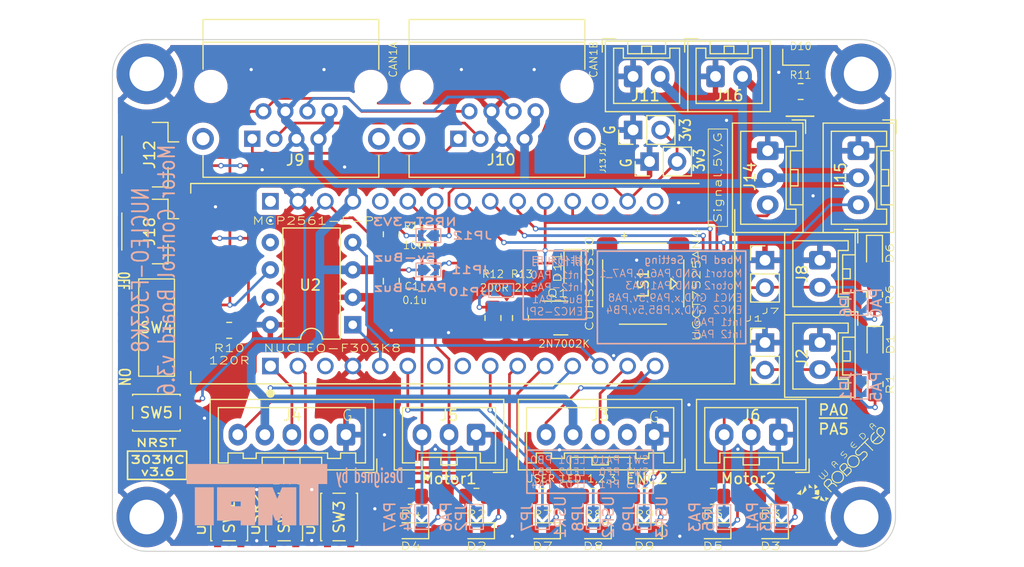
<source format=kicad_pcb>
(kicad_pcb (version 20211014) (generator pcbnew)
  (layers (0 "F.Cu" signal) (31 "B.Cu" signal) (34 "B.Paste" user) (35 "F.Paste" user) (36 "B.SilkS" user "B.Silkscreen") (37 "F.SilkS" user "F.Silkscreen") (38 "B.Mask" user) (39 "F.Mask" user) (44 "Edge.Cuts" user))
  (net 0 "")
  (net 1 "GND")
  (net 2 "+5V")
  (net 3 "NRST")
  (net 4 "Net-(D1-Pad2)")
  (net 5 "Net-(D2-Pad2)")
  (net 6 "Net-(D3-Pad2)")
  (net 7 "Net-(D4-Pad2)")
  (net 8 "Net-(D5-Pad2)")
  (net 9 "Net-(D6-Pad2)")
  (net 10 "Net-(D7-Pad2)")
  (net 11 "Net-(D8-Pad2)")
  (net 12 "Net-(D9-Pad2)")
  (net 13 "Net-(D10-Pad2)")
  (net 14 "GPIO_PA5")
  (net 17 "Motor1A_PA6")
  (net 18 "Motor1B_PA7")
  (net 19 "BUZZER")
  (net 20 "GPIO_PA0")
  (net 21 "CANH")
  (net 22 "RJ45_3")
  (net 23 "CANL")
  (net 24 "RJ45_6")
  (net 25 "Net-(JP1-Pad2)")
  (net 26 "Net-(JP2-Pad2)")
  (net 27 "Net-(JP3-Pad2)")
  (net 28 "Net-(JP4-Pad2)")
  (net 29 "Net-(JP5-Pad2)")
  (net 30 "Net-(JP6-Pad2)")
  (net 31 "USR_LED1")
  (net 32 "Net-(JP7-Pad2)")
  (net 33 "USR_LED2")
  (net 34 "Net-(JP8-Pad2)")
  (net 35 "USR_LED3")
  (net 36 "Net-(JP9-Pad2)")
  (net 37 "Net-(R10-Pad1)")
  (net 38 "USR_SW1")
  (net 39 "USR_SW2")
  (net 40 "USR_SW3")
  (net 43 "CAN_TD")
  (net 46 "CAN_RD")
  (net 50 "+3V3")
  (net 53 "Net-(Q1-Pad1)")
  (net 54 "Net-(JP10-Pad2)")
  (net 55 "Net-(D11-Pad2)")
  (net 56 "Motor2B_PA3")
  (net 57 "Net-(D11-Pad1)")
  (net 58 "ENC2A_PB5")
  (net 59 "ENC2B_PB4")
  (net 60 "ENC1A_PA9")
  (net 61 "ENC1B_PA8")
  (net 62 "Net-(JP12-Pad2)")
  (footprint "Original:UGCT7525AN4" (layer "F.Cu") (at 127.175 95.25)
    (fp_text reference "LS1")
    (fp_text value "UGCT7525AN4")
  )
  (footprint "Connector_JST_XA:JST_XA_B02B-XASK-1_1x02_P2.50mm_Vertical" (layer "F.Cu") (at 143.51 100.7 -90)
    (fp_text reference "J2")
    (fp_text value "PA5")
  )
  (footprint "LED_SMD:LED_0603_1608Metric_Pad1.05x0.95mm_HandSolder" (layer "F.Cu") (at 133.62 118.11 180)
    (fp_text reference "D5")
    (fp_text value "PA3")
  )
  (footprint "LED_SMD:LED_0603_1608Metric_Pad1.05x0.95mm_HandSolder" (layer "F.Cu") (at 138.938 118.11 180)
    (fp_text reference "D3")
    (fp_text value "PA1")
  )
  (footprint "Package_DIP:DIP-8_W7.62mm" (layer "F.Cu") (at 100.32 99.05 180)
    (fp_text reference "U2")
    (fp_text value "MCP2561-E-P")
  )
  (footprint "Original:JST_GH_SM02B-GHS-TB_1x02-1MP_P1.25mm_Horizontal_Handsolder" (layer "F.Cu") (at 81.534 90.424 -90)
    (fp_text reference "J18")
    (fp_text value "CAN")
  )
  (footprint "Resistor_SMD:R_0805_2012Metric_Pad1.20x1.40mm_HandSolder" (layer "F.Cu") (at 138.938 114.925 180)
    (fp_text reference "R3")
    (fp_text value "3k3")
  )
  (footprint "Original:SW_SPST_PTS810_HandSolder" (layer "F.Cu") (at 82.169 107.188)
    (fp_text reference "SW5")
    (fp_text value "NRST")
  )
  (footprint "Resistor_SMD:R_0805_2012Metric_Pad1.20x1.40mm_HandSolder" (layer "F.Cu") (at 148.555817 96.262215 90)
    (fp_text reference "R6")
    (fp_text value "1k")
  )
  (footprint "Resistor_SMD:R_0805_2012Metric_Pad1.20x1.40mm_HandSolder" (layer "F.Cu") (at 122.555 114.935 180)
    (fp_text reference "R8")
    (fp_text value "1k")
  )
  (footprint "Resistor_SMD:R_0805_2012Metric_Pad1.20x1.40mm_HandSolder" (layer "F.Cu") (at 115.824 98.425 90)
    (fp_text reference "R13")
    (fp_text value "2K")
  )
  (footprint "LED_SMD:LED_0603_1608Metric_Pad1.05x0.95mm_HandSolder" (layer "F.Cu") (at 122.555 118.11 180)
    (fp_text reference "D8")
    (fp_text value "USR2")
  )
  (footprint "LED_SMD:LED_0603_1608Metric_Pad1.05x0.95mm_HandSolder" (layer "F.Cu") (at 117.856 118.11 180)
    (fp_text reference "D7")
    (fp_text value "USR1")
  )
  (footprint "Connector_PinHeader_2.54mm:PinHeader_1x02_P2.54mm_Vertical" (layer "F.Cu") (at 138.43 93.08)
    (fp_text reference "J7")
    (fp_text value "PA0")
  )
  (footprint "LED_SMD:LED_0603_1608Metric_Pad1.05x0.95mm_HandSolder" (layer "F.Cu") (at 148.555817 92.436215 -90)
    (fp_text reference "D6")
    (fp_text value "Yellow")
  )
  (footprint "Resistor_SMD:R_0805_2012Metric_Pad1.20x1.40mm_HandSolder" (layer "F.Cu") (at 117.856 114.945 180)
    (fp_text reference "R7")
    (fp_text value "1k")
  )
  (footprint "Original:SW_SPST_PTS810_HandSolder" (layer "F.Cu") (at 88.9 116.84 -90)
    (fp_text reference "SW1")
    (fp_text value "USR1")
  )
  (footprint "Resistor_SMD:R_0805_2012Metric_Pad1.20x1.40mm_HandSolder" (layer "F.Cu") (at 127.27 114.935 180)
    (fp_text reference "R9")
    (fp_text value "1k")
  )
  (footprint "Capacitor_SMD:C_0805_2012Metric_Pad1.18x1.45mm_HandSolder" (layer "F.Cu") (at 103.886 95.0175 90)
    (fp_text reference "C1")
    (fp_text value "0.1u")
  )
  (footprint "Resistor_SMD:R_0805_2012Metric_Pad1.20x1.40mm_HandSolder" (layer "F.Cu") (at 103.886 90.678 90)
    (fp_text reference "R14")
    (fp_text value "100R")
  )
  (footprint "Connector_JST_XA:JST_XA_B03B-XASK-1_1x03_P2.50mm_Vertical" (layer "F.Cu") (at 111.72 109.22 180)
    (fp_text reference "J5")
    (fp_text value "Motor1")
  )
  (footprint "Resistor_SMD:R_0805_2012Metric_Pad1.20x1.40mm_HandSolder" (layer "F.Cu") (at 105.68 114.925 180)
    (fp_text reference "R4")
    (fp_text value "500R")
  )
  (footprint "Connector_JST_XA:JST_XA_B03B-XASK-1_1x03_P2.50mm_Vertical" (layer "F.Cu") (at 139.66 109.22 180)
    (fp_text reference "J6")
    (fp_text value "Motor2")
  )
  (footprint "LED_SMD:LED_0603_1608Metric_Pad1.05x0.95mm_HandSolder" (layer "F.Cu") (at 111.76 118.11 180)
    (fp_text reference "D2")
    (fp_text value "PA6")
  )
  (footprint "MountingHole:MountingHole_3.2mm_M3_DIN965_Pad" (layer "F.Cu") (at 81.28 75.84)
    (fp_text reference "H4")
    (fp_text value "MountingHole_Pad")
  )
  (footprint "Original:Kai_LAN_RJ45_Neltron_Industrial_7810-8P8C" (layer "F.Cu") (at 110.085 81.845 180)
    (fp_text reference "J10")
    (fp_text value "CAN1B")
  )
  (footprint "Connector_PinHeader_2.54mm:PinHeader_1x02_P2.54mm_Vertical" (layer "F.Cu") (at 138.43 100.7)
    (fp_text reference "J1")
    (fp_text value "PA5")
  )
  (footprint "NUCLEO-F303K8:MODULE_NUCLEO-F303K8" (layer "F.Cu") (at 110.49 95.25 90)
    (fp_text reference "U1")
    (fp_text value "NUCLEO-F303K8")
  )
  (footprint "Original:Kai_LAN_RJ45_Neltron_Industrial_7810-8P8C" (layer "F.Cu") (at 91.035 81.845 180)
    (fp_text reference "J9")
    (fp_text value "CAN1A")
  )
  (footprint "Resistor_SMD:R_0805_2012Metric_Pad1.20x1.40mm_HandSolder" (layer "F.Cu") (at 111.76 114.925 180)
    (fp_text reference "R2")
    (fp_text value "3k3")
  )
  (footprint "Connector_JST_XA:JST_XA_B02B-XASK-1_1x02_P2.50mm_Vertical" (layer "F.Cu") (at 143.51 93.08 -90)
    (fp_text reference "J8")
    (fp_text value "PA0")
  )
  (footprint "Connector_PinHeader_2.54mm:PinHeader_1x02_P2.54mm_Vertical" (layer "F.Cu") (at 127.762 83.947 90)
    (fp_text reference "J13")
    (fp_text value "3v3_IO")
  )
  (footprint "Diode_SMD:D_TUMD2" (layer "F.Cu") (at 120.65 93.868 -90)
    (fp_text reference "D11")
    (fp_text value "CUHS20S30")
  )
  (footprint "Connector_JST_XA:JST_XA_B05B-XASK-1_1x05_P2.50mm_Vertical" (layer "F.Cu") (at 128.19 109.22 180)
    (fp_text reference "J3")
    (fp_text value "ENC2")
  )
  (footprint "Original:slide_SW" (layer "F.Cu") (at 82.185654 99.314)
    (fp_text reference "SW4")
    (fp_text value "SW_DPDT_x2")
  )
  (footprint "Resistor_SMD:R_0805_2012Metric_Pad1.20x1.40mm_HandSolder" (layer "F.Cu") (at 113.284 98.425 -90)
    (fp_text reference "R12")
    (fp_text value "200R")
  )
  (footprint "Original:ROBOSTEP_LOGO_B_10mm" (layer "F.Cu") (at 145.731868 112.014026 45)
    (fp_text reference "G***")
    (fp_text value "LOGO" hide)
  )
  (footprint "Resistor_SMD:R_0805_2012Metric_Pad1.20x1.40mm_HandSolder" (layer "F.Cu") (at 88.9 99.568)
    (fp_text reference "R10")
    (fp_text value "120R")
  )
  (footprint "Original:SW_SPST_PTS810_HandSolder" (layer "F.Cu") (at 93.98 116.84 -90)
    (fp_text reference "SW2")
    (fp_text value "USR2")
  )
  (footprint "Connector_JST_XA:JST_XA_B03B-XASK-1_1x03_P2.50mm_Vertical" (layer "F.Cu") (at 147.066 82.951235 -90)
    (fp_text reference "J15")
    (fp_text value "Int2")
  )
  (footprint "MountingHole:MountingHole_3.2mm_M3_DIN965_Pad" (layer "F.Cu") (at 147.32 75.84)
    (fp_text reference "H3")
    (fp_text value "MountingHole_Pad")
  )
  (footprint "Original:JST_GH_SM02B-GHS-TB_1x02-1MP_P1.25mm_Horizontal_Handsolder" (layer "F.Cu") (at 81.534 83.312 -90)
    (fp_text reference "J12")
    (fp_text value "CAN")
  )
  (footprint "Resistor_SMD:R_0805_2012Metric_Pad1.20x1.40mm_HandSolder" (layer "F.Cu") (at 148.607091 104.541017 90)
    (fp_text reference "R1")
    (fp_text value "1k")
  )
  (footprint "MountingHole:MountingHole_3.2mm_M3_DIN965_Pad" (layer "F.Cu") (at 81.28 116.84)
    (fp_text reference "H1")
    (fp_text value "MountingHole_Pad")
  )
  (footprint "Connector_JST_XA:JST_XA_B03B-XASK-1_1x03_P2.50mm_Vertical" (layer "F.Cu") (at 138.684 82.951235 -90)
    (fp_text reference "J14")
    (fp_text value "Int1")
  )
  (footprint "Resistor_SMD:R_0805_2012Metric_Pad1.20x1.40mm_HandSolder" (layer "F.Cu") (at 133.62 114.925 180)
    (fp_text reference "R5")
    (fp_text value "500R")
  )
  (footprint "Connector_JST_XA:JST_XA_B02B-XASK-1_1x02_P2.50mm_Vertical" (layer "F.Cu") (at 126.238 76.073)
    (fp_text reference "J11")
    (fp_text value "5V_IO")
  )
  (footprint "LED_SMD:LED_0603_1608Metric_Pad1.05x0.95mm_HandSolder" (layer "F.Cu") (at 148.607091 100.856017 -90)
    (fp_text reference "D1")
    (fp_text value "Yellow")
  )
  (footprint "Connector_JST_XA:JST_XA_B02B-XASK-1_1x02_P2.50mm_Vertical" (layer "F.Cu") (at 133.858 76.073)
    (fp_text reference "J16")
    (fp_text value "5V_IO")
  )
  (footprint "MountingHole:MountingHole_3.2mm_M3_DIN965_Pad" (layer "F.Cu") (at 147.32 116.84)
    (fp_text reference "H2")
    (fp_text value "MountingHole_Pad")
  )
  (footprint "Resistor_SMD:R_0805_2012Metric_Pad1.20x1.40mm_HandSolder" (layer "F.Cu") (at 141.732 77.47)
    (fp_text reference "R11")
    (fp_text value "1K")
  )
  (footprint "Package_TO_SOT_SMD:SOT-23" (layer "F.Cu") (at 119.555 98.425)
    (fp_text reference "Q1")
    (fp_text value "2N7002K")
  )
  (footprint "LED_SMD:LED_0603_1608Metric_Pad1.05x0.95mm_HandSolder" (layer "F.Cu") (at 141.732 74.295)
    (fp_text reference "D10")
    (fp_text value "PWR")
  )
  (footprint "LED_SMD:LED_0603_1608Metric_Pad1.05x0.95mm_HandSolder" (layer "F.Cu") (at 127.27 118.11 180)
    (fp_text reference "D9")
    (fp_text value "USR3")
  )
  (footprint "Original:SW_SPST_PTS810_HandSolder" (layer "F.Cu") (at 99.06 116.84 -90)
    (fp_text reference "SW3")
    (fp_text value "USR3")
  )
  (footprint "LED_SMD:LED_0603_1608Metric_Pad1.05x0.95mm_HandSolder" (layer "F.Cu") (at 105.68 118.11 180)
    (fp_text reference "D4")
    (fp_text value "PA7")
  )
  (footprint "Connector_PinHeader_2.54mm:PinHeader_1x02_P2.54mm_Vertical" (layer "F.Cu") (at 126.238 81.026 90)
    (fp_text reference "J17")
    (fp_text value "3v3_IO")
  )
  (footprint "Connector_JST_XA:JST_XA_B05B-XASK-1_1x05_P2.50mm_Vertical" (layer "F.Cu") (at 99.695 109.22 180)
    (fp_text reference "J4")
    (fp_text value "ENC1")
  )
  (footprint "Original:solderbridge" (layer "B.Cu") (at 134.62 116.84 -90)
    (fp_text reference "JP5")
    (fp_text value "PA3")
  )
  (footprint "Original:solderbridge" (layer "B.Cu") (at 114.046 95.885 180)
    (fp_text reference "JP10")
    (fp_text value "PA1-Buz")
  )
  (footprint "Original:solderbridge" (layer "B.Cu") (at 106.696633 116.832658 -90)
    (fp_text reference "JP4")
    (fp_text value "PA7")
  )
  (footprint "Original:TMPI_LOGO_13mm_Fill" (layer "B.Cu") (at 91.460184 114.763136 180)
    (fp_text reference "G***")
    (fp_text value "LOGO" hide)
  )
  (footprint "Original:solderbridge" (layer "B.Cu") (at 147.32 97.028 -90)
    (fp_text reference "JP6")
    (fp_text value "PA0")
  )
  (footprint "Original:solderbridge" (layer "B.Cu") (at 147.32 104.775 -90)
    (fp_text reference "JP1")
    (fp_text value "PA5")
  )
  (footprint "Original:solderbridge" (layer "B.Cu") (at 107.315 93.98)
    (fp_text reference "JP11")
    (fp_text value "5v-Buz")
  )
  (footprint "Original:solderbridge" (layer "B.Cu") (at 107.315 90.805 180)
    (fp_text reference "JP12")
    (fp_text value "NRST-3V3")
  )
  (footprint "Original:solderbridge" (layer "B.Cu") (at 111.76 116.84 -90)
    (fp_text reference "JP2")
    (fp_text value "PA6")
  )
  (footprint "Original:solderbridge" (layer "B.Cu") (at 127.254 116.84 -90)
    (fp_text reference "JP9")
    (fp_text value "USR3")
  )
  (footprint "Original:solderbridge" (layer "B.Cu") (at 117.856 116.84 -90)
    (fp_text reference "JP7")
    (fp_text value "USR1")
  )
  (footprint "Original:solderbridge" (layer "B.Cu") (at 139.954 116.84 -90)
    (fp_text reference "JP3")
    (fp_text value "PA1")
  )
  (footprint "Original:solderbridge" (layer "B.Cu") (at 122.555 116.84 -90)
    (fp_text reference "JP8")
    (fp_text value "USR2")
  )
  (gr_rect (start 116.421122 110.651442) (end 128.105122 114.639242) (layer "B.SilkS") (width 0.15) (fill none))
  (gr_rect (start 122.936 92.2401) (end 136.652 100.7999) (layer "B.SilkS") (width 0.15) (fill none))
  (gr_rect (start 121.92 92.202) (end 116.078 98.552) (layer "B.SilkS") (width 0.15) (fill none))
  (gr_rect (start 79.502 113.359287) (end 84.969568 110.744) (layer "F.SilkS") (width 0.15) (fill none))
  (gr_rect (start 134.964227 80.939177) (end 133.186227 89.956177) (layer "F.SilkS") (width 0.08) (fill none))
  (gr_line (start 143.464691 107.681411) (end 146.004691 107.681411) (layer "F.SilkS") (width 0.15))
  (gr_line (start 142.939 79.756) (end 140.399 79.756) (layer "F.SilkS") (width 0.15))
  (gr_arc (start 78.105 75.84) (mid 79.034936 73.594936) (end 81.28 72.665) (layer "Edge.Cuts") (width 0.1))
  (gr_line (start 150.495 75.84) (end 150.495 116.84) (layer "Edge.Cuts") (width 0.1))
  (gr_line (start 147.32 72.665) (end 81.28 72.665) (layer "Edge.Cuts") (width 0.1))
  (gr_arc (start 147.32 72.665) (mid 149.565064 73.594936) (end 150.495 75.84) (layer "Edge.Cuts") (width 0.1))
  (gr_arc (start 81.28 120.015) (mid 79.034936 119.085064) (end 78.105 116.84) (layer "Edge.Cuts") (width 0.1))
  (gr_line (start 78.105 116.84) (end 78.105 75.84) (layer "Edge.Cuts") (width 0.1))
  (gr_arc (start 150.495 116.84) (mid 149.565064 119.085064) (end 147.32 120.015) (layer "Edge.Cuts") (width 0.1))
  (gr_line (start 147.32 120.015) (end 81.28 120.015) (layer "Edge.Cuts") (width 0.1))
  (gr_text "Int1-PA0\nInt2-PA5\nBuz-PA1\nENC2-SPI" (at 121.666 96.139) (layer "B.SilkS") (effects (font (size 0.7 0.7) (thickness 0.08)) (justify left mirror)))
  (gr_text "Designed by" (at 105.091692 113.03) (layer "B.SilkS") (effects (font (size 1.3 0.68)) (justify left mirror)))
  (gr_text "排他利用" (at 121.666 93.218) (layer "B.SilkS") (effects (font (size 0.8 0.8) (thickness 0.1)) (justify left mirror)))
  (gr_text "NUCLEO-F303K8\nMotor Control Board v3.6" (at 81.915 93.98 90) (layer "B.SilkS") (effects (font (size 1.5 1.2) (thickness 0.17)) (justify mirror)))
  (gr_text "LED1 PB0\nLED2 PB1\nLED3 PA4" (at 121.92 112.683442) (layer "B.SilkS") (effects (font (size 0.7 0.7) (thickness 0.08)) (justify left mirror)))
  (gr_text "Mbed Pin Setting\n" (at 136.398 93.0529) (layer "B.SilkS") (effects (font (size 0.7 0.7) (thickness 0.1)) (justify left mirror)))
  (gr_text "SW1 PA10\nSW2 PF0\nSW3 PF1" (at 127.762 112.683442) (layer "B.SilkS") (effects (font (size 0.7 0.7) (thickness 0.08)) (justify left mirror)))
  (gr_text "Motor1 GND,PA6_0,PA7_1\nMotor2 GND,PA1,PA3\nENC1 GND,x,PA9,5v,PA8\nENC2 GND,x,PB5,5v,PB4\nInt1 PA0\nInt2 PA5" (at 136.398 97.1169) (layer "B.SilkS") (effects (font (size 0.7 0.7) (thickness 0.08)) (justify left mirror)))
  (gr_text "Signal,5V,G" (at 134.069467 85.425176 90) (layer "F.SilkS") (effects (font (size 0.7 1) (thickness 0.08))))
  (gr_text "G\n" (at 99.822 107.442) (layer "F.SilkS") (effects (font (size 1 1) (thickness 0.08))))
  (gr_text "\nON" (at 80.01 103.886 270) (layer "F.SilkS") (effects (font (size 1 0.8))))
  (gr_text "3v3" (at 131.064 81.026 90) (layer "F.SilkS") (effects (font (size 1 0.8))))
  (gr_text "USER LED 1,2,3," (at 120.65 113.284) (layer "F.SilkS") (effects (font (size 0.7 0.7) (thickness 0.08))))
  (gr_text "G" (at 124.079 81.026 90) (layer "F.SilkS") (effects (font (size 1 0.8))))
  (gr_text "303MC\nv3.6" (at 82.295706 112.112226) (layer "F.SilkS") (effects (font (size 0.7 1))))
  (gr_text "3v3" (at 132.347732 83.82 90) (layer "F.SilkS") (effects (font (size 1 0.8))))
  (gr_text "G" (at 125.603 84.074 90) (layer "F.SilkS") (effects (font (size 1 0.8))))
  (gr_text "OFF" (at 79.121 94.996 270) (layer "F.SilkS") (effects (font (size 1 0.6))))
  (gr_text "G" (at 128.176367 107.578688) (layer "F.SilkS") (effects (font (size 1 1) (thickness 0.08))))
  (segment (start 103.431 96.51) (end 103.886 96.055) (width 0.8) (layer "F.Cu") (net 1))
  (segment (start 100.32 96.51) (end 103.431 96.51) (width 0.8) (layer "F.Cu") (net 1))
  (via (at 87.63 88.138) (size 0.5) (drill 0.3) (layers "F.Cu" "B.Cu") (net 1))
  (via (at 91.948 84.709) (size 0.5) (drill 0.3) (layers "F.Cu" "B.Cu") (net 1))
  (via (at 91.444026 114.3) (size 0.5) (drill 0.3) (layers "F.Cu" "B.Cu") (net 1))
  (via (at 115.598108 94.510775) (size 0.5) (drill 0.3) (layers "F.Cu" "B.Cu") (net 1))
  (via (at 135.926071 110.566834) (size 0.5) (drill 0.3) (layers "F.Cu" "B.Cu") (net 1))
  (via (at 97.663 75.438) (size 0.5) (drill 0.3) (layers "F.Cu" "B.Cu") (net 1))
  (via (at 92.71 89.408) (size 0.5) (drill 0.3) (layers "F.Cu" "B.Cu") (net 1))
  (via (at 91.444026 119.035138) (size 0.5) (drill 0.3) (layers "F.Cu" "B.Cu") (net 1))
  (via (at 103.886 99.568) (size 0.5) (drill 0.3) (layers "F.Cu" "B.Cu") (net 1))
  (via (at 134.874 80.137) (size 0.5) (drill 0.3) (layers "F.Cu" "B.Cu") (net 1))
  (via (at 109.1727 99.779306) (size 0.5) (drill 0.3) (layers "F.Cu" "B.Cu") (net 1))
  (via (at 90.932 75.438) (size 0.5) (drill 0.3) (layers "F.Cu" "B.Cu") (net 1))
  (via (at 117.094 75.438) (size 0.5) (drill 0.3) (layers "F.Cu" "B.Cu") (net 1))
  (via (at 103.253241 109.232677) (size 0.5) (drill 0.3) (layers "F.Cu" "B.Cu") (net 1))
  (via (at 142.875 87.122) (size 0.5) (drill 0.3) (layers "F.Cu" "B.Cu") (net 1))
  (via (at 110.363 75.438) (size 0.5) (drill 0.3) (layers "F.Cu" "B.Cu") (net 1))
  (via (at 126.56668 93.073161) (size 0.5) (drill 0.3) (layers "F.Cu" "B.Cu") (net 1))
  (via (at 119.431213 110.624035) (size 0.5) (drill 0.3) (layers "F.Cu" "B.Cu") (net 1))
  (via (at 96.528756 114.3) (size 0.5) (drill 0.3) (layers "F.Cu" "B.Cu") (net 1))
  (via (at 115.062 118.618) (size 0.5) (drill 0.3) (layers "F.Cu" "B.Cu") (net 1))
  (via (at 130.443364 87.753567) (size 0.5) (drill 0.3) (layers "F.Cu" "B.Cu") (net 1))
  (via (at 107.949735 110.571903) (size 0.5) (drill 0.3) (layers "F.Cu" "B.Cu") (net 1))
  (via (at 96.528756 119.012388) (size 0.5) (drill 0.3) (layers "F.Cu" "B.Cu") (net 1))
  (via (at 131.401481 106.4546) (size 0.5) (drill 0.3) (layers "F.Cu" "B.Cu") (net 1))
  (via (at 99.568 84.455) (size 0.5) (drill 0.3) (layers "F.Cu" "B.Cu") (net 1))
  (via (at 86.614 107.696) (size 0.5) (drill 0.3) (layers "F.Cu" "B.Cu") (net 1))
  (via (at 130.556 118.618) (size 0.5) (drill 0.3) (layers "F.Cu" "B.Cu") (net 1))
  (via (at 124.438946 101.903842) (size 0.5) (drill 0.3) (layers "F.Cu" "B.Cu") (net 1))
  (via (at 139.7 75.692) (size 0.5) (drill 0.3) (layers "F.Cu" "B.Cu") (net 1))
  (via (at 102.362 116.078) (size 0.5) (drill 0.3) (layers "F.Cu" "B.Cu") (net 1))
  (segment (start 114.165 81.206009) (end 114.165 81.845) (width 0.8) (layer "B.Cu") (net 1))
  (segment (start 94.095 80.108718) (end 95.115 81.128718) (width 0.8) (layer "B.Cu") (net 1))
  (segment (start 94.095 79.305) (end 94.095 80.108718) (width 0.8) (layer "B.Cu") (net 1))
  (segment (start 113.145 80.186009) (end 114.165 81.206009) (width 0.8) (layer "B.Cu") (net 1))
  (segment (start 95.115 81.128718) (end 95.115 81.845) (width 0.8) (layer "B.Cu") (net 1))
  (segment (start 113.145 79.305) (end 113.145 80.186009) (width 0.8) (layer "B.Cu") (net 1))
  (segment (start 103.876 93.97) (end 103.886 93.98) (width 0.8) (layer "F.Cu") (net 2))
  (segment (start 137.756 77.471) (end 136.358 76.073) (width 0.8) (layer "F.Cu") (net 2))
  (segment (start 140.732 77.47) (end 140.731 77.471) (width 0.8) (layer "F.Cu") (net 2))
  (segment (start 100.32 93.97) (end 103.876 93.97) (width 0.8) (layer "F.Cu") (net 2))
  (segment (start 105.504315 93.98) (end 103.886 93.98) (width 0.25) (layer "F.Cu") (net 2))
  (segment (start 140.731 77.471) (end 137.756 77.471) (width 0.8) (layer "F.Cu") (net 2))
  (via (at 105.504315 93.98) (size 0.5) (drill 0.3) (layers "F.Cu" "B.Cu") (net 2))
  (segment (start 128.738 76.073) (end 128.738 76.454) (width 0.8) (layer "B.Cu") (net 2))
  (segment (start 130.984 78.7) (end 136.358 78.7) (width 0.8) (layer "B.Cu") (net 2))
  (segment (start 98.175 79.305) (end 98.175 80.49) (width 0.8) (layer "B.Cu") (net 2))
  (segment (start 120.69 106.72) (end 120.69 109.22) (width 0.8) (layer "B.Cu") (net 2))
  (segment (start 138.410235 85.979) (end 136.271 85.979) (width 0.8) (layer "B.Cu") (net 2))
  (segment (start 97.155 81.845) (end 97.155 84.328) (width 0.8) (layer "B.Cu") (net 2))
  (segment (start 90.932 104.648) (end 91.694 105.41) (width 0.8) (layer "B.Cu") (net 2))
  (segment (start 100.32 93.97) (end 97.292 93.97) (width 0.8) (layer "B.Cu") (net 2))
  (segment (start 117.225 80.49) (end 116.205 81.51) (width 0.8) (layer "B.Cu") (net 2))
  (segment (start 97.155 81.51) (end 97.155 81.845) (width 0.8) (layer "B.Cu") (net 2))
  (segment (start 92.195 105.911) (end 119.881 105.911) (width 0.8) (layer "B.Cu") (net 2))
  (segment (start 97.282 90.678) (end 97.282 93.98) (width 0.8) (layer "B.Cu") (net 2))
  (segment (start 98.806 85.979) (end 100.33 85.979) (width 0.8) (layer "B.Cu") (net 2))
  (segment (start 117.225 79.305) (end 117.225 80.49) (width 0.8) (layer "B.Cu") (net 2))
  (segment (start 97.292 93.97) (end 97.282 93.98) (width 0.8) (layer "B.Cu") (net 2))
  (segment (start 91.581876 101.18311) (end 90.932 101.832986) (width 0.8) (layer "B.Cu") (net 2))
  (segment (start 136.271 85.979) (end 116.205 85.979) (width 0.8) (layer "B.Cu") (net 2))
  (segment (start 97.282 100.33) (end 96.42889 101.18311) (width 0.8) (layer "B.Cu") (net 2))
  (segment (start 105.504315 93.98) (end 106.553 93.98) (width 0.25) (layer "B.Cu") (net 2))
  (segment (start 119.881 105.911) (end 120.69 106.72) (width 0.8) (layer "B.Cu") (net 2))
  (segment (start 98.175 80.49) (end 97.155 81.51) (width 0.8) (layer "B.Cu") (net 2))
  (segment (start 147.066 85.451235) (end 138.938 85.451235) (width 0.8) (layer "B.Cu") (net 2))
  (segment (start 128.738 76.454) (end 130.984 78.7) (width 0.8) (layer "B.Cu") (net 2))
  (segment (start 92.195 105.911) (end 92.195 109.22) (width 0.8) (layer "B.Cu") (net 2))
  (segment (start 116.205 81.51) (end 116.205 81.845) (width 0.8) (layer "B.Cu") (net 2))
  (segment (start 138.938 85.451235) (end 138.410235 85.979) (width 0.8) (layer "B.Cu") (net 2))
  (segment (start 100.33 85.979) (end 116.205 85.979) (width 0.8) (layer "B.Cu") (net 2))
  (segment (start 97.155 84.328) (end 98.806 85.979) (width 0.8) (layer "B.Cu") (net 2))
  (segment (start 91.694 105.41) (end 92.195 105.911) (width 0.8) (layer "B.Cu") (net 2))
  (segment (start 100.33 87.63) (end 100.33 85.979) (width 0.8) (layer "B.Cu") (net 2))
  (segment (start 136.358 85.892) (end 136.271 85.979) (width 0.8) (layer "B.Cu") (net 2))
  (segment (start 116.205 81.845) (end 116.205 85.979) (width 0.8) (layer "B.Cu") (net 2))
  (segment (start 136.358 78.7) (end 136.358 85.892) (width 0.8) (layer "B.Cu") (net 2))
  (segment (start 97.282 93.98) (end 97.282 100.33) (width 0.8) (layer "B.Cu") (net 2))
  (segment (start 136.358 76.073) (end 136.358 78.7) (width 0.8) (layer "B.Cu") (net 2))
  (segment (start 96.42889 101.18311) (end 91.581876 101.18311) (width 0.8) (layer "B.Cu") (net 2))
  (segment (start 90.932 101.832986) (end 90.932 104.648) (width 0.8) (layer "B.Cu") (net 2))
  (segment (start 100.33 87.63) (end 97.282 90.678) (width 0.8) (layer "B.Cu") (net 2))
  (segment (start 103.886 91.678) (end 102.854 91.678) (width 0.25) (layer "F.Cu") (net 3))
  (segment (start 84.341 106.113) (end 86.179991 106.113) (width 0.25) (layer "F.Cu") (net 3))
  (segment (start 102.854 91.678) (end 100.33 89.154) (width 0.25) (layer "F.Cu") (net 3))
  (segment (start 97.79 87.63) (end 99.314 89.154) (width 0.25) (layer "F.Cu") (net 3))
  (segment (start 99.314 89.154) (end 100.33 89.154) (width 0.25) (layer "F.Cu") (net 3))
  (segment (start 86.179991 106.113) (end 86.430779 105.862212) (width 0.25) (layer "F.Cu") (net 3))
  (segment (start 84.341 106.113) (end 79.997 106.113) (width 0.25) (layer "F.Cu") (net 3))
  (via (at 86.430779 105.862212) (size 0.5) (drill 0.3) (layers "F.Cu" "B.Cu") (net 3))
  (segment (start 86.430779 105.085221) (end 91.186 100.33) (width 0.25) (layer "B.Cu") (net 3))
  (segment (start 91.186 100.33) (end 95.25 100.33) (width 0.25) (layer "B.Cu") (net 3))
  (segment (start 86.430779 105.862212) (end 86.430779 105.085221) (width 0.25) (layer "B.Cu") (net 3))
  (segment (start 95.885 99.695) (end 95.885 89.535) (width 0.25) (layer "B.Cu") (net 3))
  (segment (start 95.885 89.535) (end 97.79 87.63) (width 0.25) (layer "B.Cu") (net 3))
  (segment (start 95.25 100.33) (end 95.885 99.695) (width 0.25) (layer "B.Cu") (net 3))
  (segment (start 148.607091 101.477017) (end 148.607091 103.541017) (width 0.25) (layer "F.Cu") (net 4))
  (segment (start 110.76 114.925) (end 110.76 117.985) (width 0.25) (layer "F.Cu") (net 5))
  (segment (start 110.76 117.985) (end 110.885 118.11) (width 0.25) (layer "F.Cu") (net 5))
  (segment (start 137.938 117.985) (end 138.063 118.11) (width 0.25) (layer "F.Cu") (net 6))
  (segment (start 137.938 114.925) (end 137.938 117.985) (width 0.25) (layer "F.Cu") (net 6))
  (segment (start 104.68 114.925) (end 104.68 117.985) (width 0.25) (layer "F.Cu") (net 7))
  (segment (start 104.68 117.985) (end 104.805 118.11) (width 0.25) (layer "F.Cu") (net 7))
  (segment (start 132.62 117.985) (end 132.745 118.11) (width 0.25) (layer "F.Cu") (net 8))
  (segment (start 132.62 114.925) (end 132.62 117.985) (width 0.25) (layer "F.Cu") (net 8))
  (segment (start 148.555817 93.311215) (end 148.555817 95.262215) (width 0.25) (layer "F.Cu") (net 9))
  (segment (start 116.856 114.945) (end 116.856 117.985) (width 0.25) (layer "F.Cu") (net 10))
  (segment (start 116.856 117.985) (end 116.981 118.11) (width 0.25) (layer "F.Cu") (net 10))
  (segment (start 121.555 117.985) (end 121.68 118.11) (width 0.25) (layer "F.Cu") (net 11))
  (segment (start 121.555 114.935) (end 121.555 117.985) (width 0.25) (layer "F.Cu") (net 11))
  (segment (start 126.27 114.935) (end 126.27 117.985) (width 0.25) (layer "F.Cu") (net 12))
  (segment (start 126.27 117.985) (end 126.395 118.11) (width 0.25) (layer "F.Cu") (net 12))
  (segment (start 142.732 74.42) (end 142.607 74.295) (width 0.25) (layer "F.Cu") (net 13))
  (segment (start 142.6445 74.42) (end 142.5195 74.295) (width 0.25) (layer "F.Cu") (net 13))
  (segment (start 142.6445 77.47) (end 142.6445 74.42) (width 0.25) (layer "F.Cu") (net 13))
  (segment (start 134.62 102.362) (end 135.498 103.24) (width 0.25) (layer "F.Cu") (net 14))
  (segment (start 110.49 87.63) (end 114.3 91.44) (width 0.25) (layer "F.Cu") (net 14))
  (segment (start 134.62 91.44) (end 134.62 102.362) (width 0.25) (layer "F.Cu") (net 14))
  (segment (start 143.51 103.2) (end 138.47 103.2) (width 0.25) (layer "F.Cu") (net 14))
  (segment (start 138.47 103.2) (end 138.43 103.24) (width 0.25) (layer "F.Cu") (net 14))
  (segment (start 135.498 103.24) (end 138.43 103.24) (width 0.25) (layer "F.Cu") (net 14))
  (via (at 134.62 91.44) (size 0.5) (drill 0.3) (layers "F.Cu" "B.Cu") (net 14))
  (via (at 114.3 91.44) (size 0.5) (drill 0.3) (layers "F.Cu" "B.Cu") (net 14))
  (segment (start 146.535074 103.2) (end 143.51 103.2) (width 0.25) (layer "B.Cu") (net 14))
  (segment (start 134.62 91.44) (end 114.3 91.44) (width 0.25) (layer "B.Cu") (net 14))
  (segment (start 144.458765 87.951235) (end 147.066 87.951235) (width 0.25) (layer "B.Cu") (net 14))
  (segment (start 140.97 91.44) (end 144.458765 87.951235) (width 0.25) (layer "B.Cu") (net 14))
  (segment (start 134.62 91.44) (end 140.97 91.44) (width 0.25) (layer "B.Cu") (net 14))
  (segment (start 147.337091 104.002017) (end 146.535074 103.2) (width 0.25) (layer "B.Cu") (net 14))
  (segment (start 109.22 102.235) (end 109.22 109.22) (width 0.25) (layer "F.Cu") (net 17))
  (segment (start 107.95 87.63) (end 107.95 100.965) (width 0.25) (layer "F.Cu") (net 17))
  (segment (start 107.95 100.965) (end 109.22 102.235) (width 0.25) (layer "F.Cu") (net 17))
  (segment (start 109.22 113.575) (end 109.22 109.22) (width 0.25) (layer "B.Cu") (net 17))
  (segment (start 111.76 116.115) (end 109.22 113.575) (width 0.25) (layer "B.Cu") (net 17))
  (segment (start 106.72 88.94) (end 106.72 97.115) (width 0.25) (layer "F.Cu") (net 18))
  (segment (start 106.72 97.115) (end 106.72 109.22) (width 0.25) (layer "F.Cu") (net 18))
  (segment (start 105.41 87.63) (end 106.72 88.94) (width 0.25) (layer "F.Cu") (net 18))
  (segment (start 106.72 116.075) (end 106.72 109.22) (width 0.25) (layer "B.Cu") (net 18))
  (segment (start 137.16 107.95) (end 137.16 109.22) (width 0.25) (layer "F.Cu") (net 19))
  (segment (start 118.11 87.63) (end 118.11 89.5955) (width 0.25) (layer "F.Cu") (net 19))
  (segment (start 118.11 92.185985) (end 118.11 89.5955) (width 0.25) (layer "F.Cu") (net 19))
  (segment (start 118.11 89.5955) (end 133.7915 89.5955) (width 0.25) (layer "F.Cu") (net 19))
  (segment (start 133.985 89.789) (end 133.985 104.775) (width 0.25) (layer "F.Cu") (net 19))
  (segment (start 133.7915 89.5955) (end 133.985 89.789) (width 0.25) (layer "F.Cu") (net 19))
  (segment (start 133.985 104.775) (end 137.16 107.95) (width 0.25) (layer "F.Cu") (net 19))
  (via (at 118.11 92.185985) (size 0.5) (drill 0.3) (layers "F.Cu" "B.Cu") (net 19))
  (segment (start 139.938 116.115) (end 137.16 113.337) (width 0.25) (layer "B.Cu") (net 19))
  (segment (start 118.11 94.742) (end 116.967 95.885) (width 0.25) (layer "B.Cu") (net 19))
  (segment (start 137.16 113.337) (end 137.16 109.22) (width 0.25) (layer "B.Cu") (net 19))
  (segment (start 118.11 92.185985) (end 118.11 94.742) (width 0.25) (layer "B.Cu") (net 19))
  (segment (start 116.967 95.885) (end 114.808 95.885) (width 0.25) (layer "B.Cu") (net 19))
  (segment (start 120.65 88.9) (end 120.724 88.974) (width 0.25) (layer "F.Cu") (net 20))
  (segment (start 138.938 88.646) (end 138.938 87.951235) (width 0.25) (layer "F.Cu") (net 20))
  (segment (start 135.255 94.615) (end 135.255 89.048) (width 0.25) (layer "F.Cu") (net 20))
  (segment (start 135.255 89.048) (end 135.181 88.974) (width 0.25) (layer "F.Cu") (net 20))
  (segment (start 135.255 94.615) (end 136.26 95.62) (width 0.25) (layer "F.Cu") (net 20))
  (segment (start 135.181 88.974) (end 138.61 88.974) (width 0.25) (layer "F.Cu") (net 20))
  (segment (start 120.724 88.974) (end 135.181 88.974) (width 0.25) (layer "F.Cu") (net 20))
  (segment (start 136.26 95.62) (end 138.43 95.62) (width 0.25) (layer "F.Cu") (net 20))
  (segment (start 138.61 88.974) (end 138.938 88.646) (width 0.25) (layer "F.Cu") (net 20))
  (segment (start 138.47 95.58) (end 138.43 95.62) (width 0.25) (layer "F.Cu") (net 20))
  (segment (start 143.51 95.58) (end 138.47 95.58) (width 0.25) (layer "F.Cu") (net 20))
  (segment (start 120.65 87.63) (end 120.65 88.9) (width 0.25) (layer "F.Cu") (net 20))
  (segment (start 147.285817 96.231215) (end 146.634602 95.58) (width 0.25) (layer "B.Cu") (net 20))
  (segment (start 146.634602 95.58) (end 143.51 95.58) (width 0.25) (layer "B.Cu") (net 20))
  (segment (start 91.04108 83.185) (end 91.04108 83.96492) (width 0.25) (layer "F.Cu") (net 21))
  (segment (start 83.394 83.947) (end 84.582 83.947) (width 0.25) (layer "F.Cu") (net 21))
  (segment (start 89.9 99.31) (end 89.9 99.568) (width 0.25) (layer "F.Cu") (net 21))
  (segment (start 83.384 83.937) (end 83.394 83.947) (width 0.25) (layer "F.Cu") (net 21))
  (segment (start 89.916 91.049389) (end 90.541389 91.049389) (width 0.25) (layer "F.Cu") (net 21))
  (segment (start 90.678 91.186) (end 90.678 98.532) (width 0.25) (layer "F.Cu") (net 21))
  (segment (start 90.678 98.532) (end 90.668 98.542) (width 0.25) (layer "F.Cu") (net 21))
  (segment (start 91.035 83.209) (end 91.035 81.845) (width 0.25) (layer "F.Cu") (net 21))
  (segment (start 88.138 84.328) (end 84.963 84.328) (width 0.25) (layer "F.Cu") (net 21))
  (segment (start 110.085 81.845) (end 108.745 83.185) (width 0.25) (layer "F.Cu") (net 21))
  (segment (start 108.745 83.185) (end 91.04108 83.185) (width 0.25) (layer "F.Cu") (net 21))
  (segment (start 83.384 91.049) (end 88.021 91.049) (width 0.25) (layer "F.Cu") (net 21))
  (segment (start 92.7 96.51) (end 90.668 98.542) (width 0.25) (layer "F.Cu") (net 21))
  (segment (start 90.678 84.328) (end 90.678 91.186) (width 0.25) (layer "F.Cu") (net 21))
  (segment (start 90.668 98.542) (end 89.9 99.31) (width 0.25) (layer "F.Cu") (net 21))
  (segment (start 91.04108 83.96492) (end 90.678 84.328) (width 0.25) (layer "F.Cu") (net 21))
  (segment (start 84.582 83.947) (end 84.963 84.328) (width 0.25) (layer "F.Cu") (net 21))
  (segment (start 89.916 84.328) (end 90.678 84.328) (width 0.25) (layer "F.Cu") (net 21))
  (segment (start 90.17 99.298) (end 89.9 99.568) (width 0.25) (layer "F.Cu") (net 21))
  (via (at 88.138 84.328) (size 0.5) (drill 0.3) (layers "F.Cu" "B.Cu") (net 21))
  (via (at 88.021 91.049) (size 0.5) (drill 0.3) (layers "F.Cu" "B.Cu") (net 21))
  (via (at 89.916 91.049389) (size 0.5) (drill 0.3) (layers "F.Cu" "B.Cu") (net 21))
  (via (at 89.916 84.328) (size 0.5) (drill 0.3) (layers "F.Cu" "B.Cu") (net 21))
  (segment (start 88.021389 91.049389) (end 88.021 91.049) (width 0.25) (layer "B.Cu") (net 21))
  (segment (start 88.138 84.328) (end 89.916 84.328) (width 0.25) (layer "B.Cu") (net 21))
  (segment (start 89.916 91.049389) (end 88.021389 91.049389) (width 0.25) (layer "B.Cu") (net 21))
  (segment (start 110.671 80.391) (end 112.125 81.845) (width 0.25) (layer "F.Cu") (net 22))
  (segment (start 94.529 80.391) (end 110.671 80.391) (width 0.25) (layer "F.Cu") (net 22))
  (segment (start 93.075 81.845) (end 94.529 80.391) (width 0.25) (layer "F.Cu") (net 22))
  (segment (start 88.907442 89.799) (end 88.962221 89.853779) (width 0.25) (layer "F.Cu") (net 23))
  (segment (start 93.255 78.105) (end 99.949 78.105) (width 0.25) (layer "F.Cu") (net 23))
  (segment (start 85.468442 83.566) (end 88.646 83.566) (width 0.25) (layer "F.Cu") (net 23))
  (segment (start 88.646 83.566) (end 88.9 83.566) (width 0.25) (layer "F.Cu") (net 23))
  (segment (start 83.384 82.687) (end 84.589442 82.687) (width 0.25) (layer "F.Cu") (net 23))
  (segment (start 92.055 79.305) (end 90.875 79.305) (width 0.25) (layer "F.Cu") (net 23))
  (segment (start 83.384 89.799) (end 88.907442 89.799) (width 0.25) (layer "F.Cu") (net 23))
  (segment (start 88.962221 83.249779) (end 88.962221 83.503779) (width 0.25) (layer "F.Cu") (net 23))
  (segment (start 84.789154 98.987033) (end 84.789154 99.31) (width 0.25) (layer "F.Cu") (net 23))
  (segment (start 88.962221 97.219779) (end 88.962221 89.853779) (width 0.25) (layer "F.Cu") (net 23))
  (segment (start 90.875 79.305) (end 89.916 80.264) (width 0.25) (layer "F.Cu") (net 23))
  (segment (start 88.962221 97.219779) (end 86.556408 97.219779) (width 0.25) (layer "F.Cu") (net 23))
  (segment (start 88.962221 81.217779) (end 88.962221 83.249779) (width 0.25) (layer "F.Cu") (net 23))
  (segment (start 101.149 79.305) (end 111.105 79.305) (width 0.25) (layer "F.Cu") (net 23))
  (segment (start 89.916 80.264) (end 88.962221 81.217779) (width 0.25) (layer "F.Cu") (net 23))
  (segment (start 92.055 79.305) (end 93.255 78.105) (width 0.25) (layer "F.Cu") (net 23))
  (segment (start 86.556408 97.219779) (end 84.789154 98.987033) (width 0.25) (layer "F.Cu") (net 23))
  (segment (start 88.9 83.566) (end 88.962221 83.503779) (width 0.25) (layer "F.Cu") (net 23))
  (segment (start 84.589442 82.687) (end 85.468442 83.566) (width 0.25) (layer "F.Cu") (net 23))
  (segment (start 88.962221 83.503779) (end 88.962221 89.853779) (width 0.25) (layer "F.Cu") (net 23))
  (segment (start 99.949 78.105) (end 101.149 79.305) (width 0.25) (layer "F.Cu") (net 23))
  (via (at 88.962221 97.219779) (size 0.5) (drill 0.3) (layers "F.Cu" "B.Cu") (net 23))
  (segment (start 89.450221 97.219779) (end 92.7 93.97) (width 0.25) (layer "B.Cu") (net 23))
  (segment (start 88.962221 97.219779) (end 89.450221 97.219779) (width 0.25) (layer "B.Cu") (net 23))
  (segment (start 115.185 79.305) (end 113.858 77.978) (width 0.25) (layer "B.Cu") (net 24))
  (segment (start 96.647 78.105) (end 96.135 78.617) (width 0.25) (layer "B.Cu") (net 24))
  (segment (start 99.949 78.105) (end 96.647 78.105) (width 0.25) (layer "B.Cu") (net 24))
  (segment (start 107.823 79.248) (end 101.092 79.248) (width 0.25) (layer "B.Cu") (net 24))
  (segment (start 109.093 77.978) (end 107.823 79.248) (width 0.25) (layer "B.Cu") (net 24))
  (segment (start 96.135 78.617) (end 96.135 79.305) (width 0.25) (layer "B.Cu") (net 24))
  (segment (start 101.092 79.248) (end 99.949 78.105) (width 0.25) (layer "B.Cu") (net 24))
  (segment (start 113.858 77.978) (end 109.093 77.978) (width 0.25) (layer "B.Cu") (net 24))
  (segment (start 148.607091 106.695017) (end 148.607091 105.922017) (width 0.25) (layer "F.Cu") (net 25))
  (via (at 148.607091 106.695017) (size 0.5) (drill 0.3) (layers "F.Cu" "B.Cu") (net 25))
  (segment (start 147.972091 106.695017) (end 147.337091 106.060017) (width 0.25) (layer "B.Cu") (net 25))
  (segment (start 148.607091 106.695017) (end 147.972091 106.695017) (width 0.25) (layer "B.Cu") (net 25))
  (segment (start 147.337091 106.060017) (end 147.337091 105.554091) (width 0.25) (layer "B.Cu") (net 25))
  (segment (start 147.337091 105.554091) (end 147.32 105.537) (width 0.25) (layer "B.Cu") (net 25))
  (segment (start 112.893 114.925) (end 113.792 115.824) (width 0.25) (layer "F.Cu") (net 26))
  (segment (start 113.792 115.824) (end 113.792 116.84) (width 0.25) (layer "F.Cu") (net 26))
  (segment (start 112.76 114.925) (end 112.893 114.925) (width 0.25) (layer "F.Cu") (net 26))
  (via (at 113.792 116.84) (size 0.5) (drill 0.3) (layers "F.Cu" "B.Cu") (net 26))
  (segment (start 113.792 116.84) (end 113.067 117.565) (width 0.25) (layer "B.Cu") (net 26))
  (segment (start 113.067 117.565) (end 111.76 117.565) (width 0.25) (layer "B.Cu") (net 26))
  (segment (start 139.938 114.925) (end 140.563 114.925) (width 0.25) (layer "F.Cu") (net 27))
  (segment (start 141.208 115.57) (end 141.208 116.84) (width 0.25) (layer "F.Cu") (net 27))
  (segment (start 140.563 114.925) (end 140.954 115.316) (width 0.25) (layer "F.Cu") (net 27))
  (segment (start 140.954 115.316) (end 141.208 115.57) (width 0.25) (layer "F.Cu") (net 27))
  (via (at 141.208 116.84) (size 0.5) (drill 0.3) (layers "F.Cu" "B.Cu") (net 27))
  (segment (start 140.483 117.565) (end 139.938 117.565) (width 0.25) (layer "B.Cu") (net 27))
  (segment (start 141.208 116.84) (end 140.483 117.565) (width 0.25) (layer "B.Cu") (net 27))
  (segment (start 108.204 116.078) (end 108.204 116.84) (width 0.25) (layer "F.Cu") (net 28))
  (segment (start 107.051 114.925) (end 108.204 116.078) (width 0.25) (layer "F.Cu") (net 28))
  (segment (start 106.68 114.925) (end 107.051 114.925) (width 0.25) (layer "F.Cu") (net 28))
  (via (at 108.204 116.84) (size 0.5) (drill 0.3) (layers "F.Cu" "B.Cu") (net 28))
  (segment (start 107.479 117.565) (end 106.68 117.565) (width 0.25) (layer "B.Cu") (net 28))
  (segment (start 108.204 116.84) (end 107.479 117.565) (width 0.25) (layer "B.Cu") (net 28))
  (segment (start 134.991 114.925) (end 134.62 114.925) (width 0.25) (layer "F.Cu") (net 29))
  (segment (start 135.89 117.094) (end 135.89 115.824) (width 0.25) (layer "F.Cu") (net 29))
  (segment (start 135.89 115.824) (end 134.991 114.925) (width 0.25) (layer "F.Cu") (net 29))
  (via (at 135.89 117.094) (size 0.5) (drill 0.3) (layers "F.Cu" "B.Cu") (net 29))
  (segment (start 135.89 117.094) (end 135.419 117.565) (width 0.25) (layer "B.Cu") (net 29))
  (segment (start 135.419 117.565) (end 134.62 117.565) (width 0.25) (layer "B.Cu") (net 29))
  (segment (start 148.555817 97.262215) (end 148.555817 98.532215) (width 0.25) (layer "F.Cu") (net 30))
  (via (at 148.555817 98.532215) (size 0.5) (drill 0.3) (layers "F.Cu" "B.Cu") (net 30))
  (segment (start 147.793817 98.532215) (end 148.555817 98.532215) (width 0.25) (layer "B.Cu") (net 30))
  (segment (start 147.285817 98.024215) (end 147.793817 98.532215) (width 0.25) (layer "B.Cu") (net 30))
  (segment (start 147.285817 98.024215) (end 147.285817 97.824183) (width 0.25) (layer "B.Cu") (net 30))
  (segment (start 147.285817 97.824183) (end 147.32 97.79) (width 0.25) (layer "B.Cu") (net 30))
  (segment (start 105.41 102.87) (end 105.41 106.934) (width 0.25) (layer "F.Cu") (net 31))
  (via (at 105.41 106.934) (size 0.5) (drill 0.3) (layers "F.Cu" "B.Cu") (net 31))
  (segment (start 117.856 112.776) (end 117.856 116.19) (width 0.25) (layer "B.Cu") (net 31))
  (segment (start 105.41 106.934) (end 112.014 106.934) (width 0.25) (layer "B.Cu") (net 31))
  (segment (start 112.014 106.934) (end 117.856 112.776) (width 0.25) (layer "B.Cu") (net 31))
  (segment (start 118.856 115.046) (end 119.126 115.316) (width 0.25) (layer "F.Cu") (net 32))
  (segment (start 119.126 116.586) (end 119.126 116.84) (width 0.25) (layer "F.Cu") (net 32))
  (segment (start 119.126 115.316) (end 119.126 116.586) (width 0.25) (layer "F.Cu") (net 32))
  (segment (start 118.856 114.945) (end 118.856 115.046) (width 0.25) (layer "F.Cu") (net 32))
  (via (at 119.126 116.84) (size 0.5) (drill 0.3) (layers "F.Cu" "B.Cu") (net 32))
  (segment (start 117.856 117.602) (end 118.364 117.602) (width 0.25) (layer "B.Cu") (net 32))
  (segment (start 118.364 117.602) (end 119.126 116.84) (width 0.25) (layer "B.Cu") (net 32))
  (segment (start 113.03 102.87) (end 113.03 106.934) (width 0.25) (layer "F.Cu") (net 33))
  (via (at 113.03 106.934) (size 0.5) (drill 0.3) (layers "F.Cu" "B.Cu") (net 33))
  (segment (start 121.92 113.538) (end 122.555 114.173) (width 0.25) (layer "B.Cu") (net 33))
  (segment (start 122.555 114.173) (end 122.555 116.115) (width 0.25) (layer "B.Cu") (net 33))
  (segment (start 113.03 106.934) (end 119.634 113.538) (width 0.25) (layer "B.Cu") (net 33))
  (segment (start 119.634 113.538) (end 121.92 113.538) (width 0.25) (layer "B.Cu") (net 33))
  (segment (start 123.555 114.935) (end 123.571 114.935) (width 0.25) (layer "F.Cu") (net 34))
  (segment (start 123.952 115.316) (end 123.952 116.84) (width 0.25) (layer "F.Cu") (net 34))
  (segment (start 123.571 114.935) (end 123.952 115.316) (width 0.25) (layer "F.Cu") (net 34))
  (via (at 123.952 116.84) (size 0.5) (drill 0.3) (layers "F.Cu" "B.Cu") (net 34))
  (segment (start 123.952 116.84) (end 123.227 117.565) (width 0.25) (layer "B.Cu") (net 34))
  (segment (start 123.227 117.565) (end 122.555 117.565) (width 0.25) (layer "B.Cu") (net 34))
  (segment (start 116.205 90.805) (end 113.03 87.63) (width 0.25) (layer "F.Cu") (net 35))
  (segment (start 128.143 113.157) (end 132.715 108.585) (width 0.25) (layer "F.Cu") (net 35))
  (segment (start 132.715 108.585) (end 132.715 90.805) (width 0.25) (layer "F.Cu") (net 35))
  (via (at 116.205 90.805) (size 0.5) (drill 0.3) (layers "F.Cu" "B.Cu") (net 35))
  (via (at 132.715 90.805) (size 0.5) (drill 0.3) (layers "F.Cu" "B.Cu") (net 35))
  (via (at 128.143 113.157) (size 0.5) (drill 0.3) (layers "F.Cu" "B.Cu") (net 35))
  (segment (start 127.27 114.03) (end 127.27 116.115) (width 0.25) (layer "B.Cu") (net 35))
  (segment (start 128.143 113.157) (end 127.27 114.03) (width 0.25) (layer "B.Cu") (net 35))
  (segment (start 116.205 90.805) (end 132.715 90.805) (width 0.25) (layer "B.Cu") (net 35))
  (segment (start 128.27 115.046) (end 128.794 115.57) (width 0.25) (layer "F.Cu") (net 36))
  (segment (start 128.27 114.935) (end 128.27 115.046) (width 0.25) (layer "F.Cu") (net 36))
  (segment (start 128.794 115.57) (end 128.794 116.84) (width 0.25) (layer "F.Cu") (net 36))
  (via (at 128.794 116.84) (size 0.5) (drill 0.3) (layers "F.Cu" "B.Cu") (net 36))
  (segment (start 128.794 116.84) (end 128.069 117.565) (width 0.25) (layer "B.Cu") (net 36))
  (segment (start 128.069 117.565) (end 127.27 117.565) (width 0.25) (layer "B.Cu") (net 36))
  (segment (start 85.618 101.85) (end 84.789154 101.85) (width 0.25) (layer "F.Cu") (net 37))
  (segment (start 87.9 99.568) (end 85.618 101.85) (width 0.25) (layer "F.Cu") (net 37))
  (segment (start 93.196 110.744) (end 89.975 113.965) (width 0.25) (layer "F.Cu") (net 38))
  (segment (start 89.975 113.965) (end 89.975 114.668) (width 0.25) (layer "F.Cu") (net 38))
  (segment (start 95.946125 110.301875) (end 95.504 110.744) (width 0.25) (layer "F.Cu") (net 38))
  (segment (start 95.504 110.744) (end 93.196 110.744) (width 0.25) (layer "F.Cu") (net 38))
  (segment (start 95.946125 103.566125) (end 95.946125 110.301875) (width 0.25) (layer "F.Cu") (net 38))
  (segment (start 89.975 114.668) (end 89.975 119.012) (width 0.25) (layer "F.Cu") (net 38))
  (segment (start 95.25 102.87) (end 95.946125 103.566125) (width 0.25) (layer "F.Cu") (net 38))
  (segment (start 113.792 112.268) (end 114.808 111.252) (width 0.25) (layer "F.Cu") (net 39))
  (segment (start 95.055 114.668) (end 95.055 119.012) (width 0.25) (layer "F.Cu") (net 39))
  (segment (start 114.808 111.252) (end 114.808 103.632) (width 0.25) (layer "F.Cu") (net 39))
  (segment (start 95.055 113.86) (end 96.647 112.268) (width 0.25) (layer "F.Cu") (net 39))
  (segment (start 114.808 103.632) (end 115.57 102.87) (width 0.25) (layer "F.Cu") (net 39))
  (segment (start 95.055 114.668) (end 95.055 113.86) (width 0.25) (layer "F.Cu") (net 39))
  (segment (start 96.647 112.268) (end 113.792 112.268) (width 0.25) (layer "F.Cu") (net 39))
  (segment (start 115.57 111.506) (end 115.57 105.41) (width 0.25) (layer "F.Cu") (net 40))
  (segment (start 100.584 112.776) (end 114.3 112.776) (width 0.25) (layer "F.Cu") (net 40))
  (segment (start 115.57 105.41) (end 118.11 102.87) (width 0.25) (layer "F.Cu") (net 40))
  (segment (start 100.135 114.668) (end 100.135 119.012) (width 0.25) (layer "F.Cu") (net 40))
  (segment (start 100.135 113.225) (end 100.135 114.668) (width 0.25) (layer "F.Cu") (net 40))
  (segment (start 114.3 112.776) (end 115.57 111.506) (width 0.25) (layer "F.Cu") (net 40))
  (segment (start 100.135 113.225) (end 100.584 112.776) (width 0.25) (layer "F.Cu") (net 40))
  (segment (start 102.87 102.87) (end 102.87 101.6) (width 0.25) (layer "B.Cu") (net 43))
  (segment (start 102.87 101.6) (end 100.32 99.05) (width 0.25) (layer "B.Cu") (net 43))
  (segment (start 100.32 91.43) (end 101.58 92.69) (width 0.25) (layer "B.Cu") (net 46))
  (segment (start 103.505 100.965) (end 121.285 100.965) (width 0.25) (layer "B.Cu") (net 46))
  (segment (start 101.6 92.69) (end 101.6 99.06) (width 0.25) (layer "B.Cu") (net 46))
  (segment (start 101.6 99.06) (end 103.505 100.965) (width 0.25) (layer "B.Cu") (net 46))
  (segment (start 101.58 92.69) (end 101.6 92.69) (width 0.25) (layer "B.Cu") (net 46))
  (segment (start 121.285 100.965) (end 123.19 102.87) (width 0.25) (layer "B.Cu") (net 46))
  (segment (start 124.46 86.36) (end 125.73 87.63) (width 0.25) (layer "F.Cu") (net 50))
  (segment (start 125.73 87.63) (end 127.127 86.233) (width 0.25) (layer "F.Cu") (net 50))
  (segment (start 109.22 86.868) (end 109.728 86.36) (width 0.25) (layer "F.Cu") (net 50))
  (segment (start 130.302 82.55) (end 130.302 83.947) (width 0.25) (layer "F.Cu") (net 50))
  (segment (start 128.016 86.233) (end 130.302 83.947) (width 0.25) (layer "F.Cu") (net 50))
  (segment (start 127.127 86.233) (end 128.016 86.233) (width 0.25) (layer "F.Cu") (net 50))
  (segment (start 109.728 86.36) (end 124.46 86.36) (width 0.25) (layer "F.Cu") (net 50))
  (segment (start 109.22 90.805) (end 109.22 86.868) (width 0.25) (layer "F.Cu") (net 50))
  (segment (start 128.778 81.026) (end 130.302 82.55) (width 0.25) (layer "F.Cu") (net 50))
  (via (at 109.22 90.805) (size 0.5) (drill 0.3) (layers "F.Cu" "B.Cu") (net 50))
  (segment (start 107.965 90.805) (end 109.22 90.805) (width 0.25) (layer "B.Cu") (net 50))
  (segment (start 115.109 97.5125) (end 113.602198 99.019302) (width 0.25) (layer "F.Cu") (net 53))
  (segment (start 115.824 97.5125) (end 118.024 97.5125) (width 0.25) (layer "F.Cu") (net 53))
  (segment (start 112.03 97.425) (end 113.284 97.425) (width 0.25) (layer "F.Cu") (net 54))
  (via (at 112.03 97.425) (size 0.5) (drill 0.3) (layers "F.Cu" "B.Cu") (net 54))
  (segment (start 112.03 96.52) (end 112.03 97.425) (width 0.25) (layer "B.Cu") (net 54))
  (segment (start 113.284 95.885) (end 112.665 95.885) (width 0.25) (layer "B.Cu") (net 54))
  (segment (start 112.665 95.885) (end 112.03 96.52) (width 0.25) (layer "B.Cu") (net 54))
  (segment (start 120.65 95.118) (end 120.65 98.2675) (width 0.25) (layer "F.Cu") (net 55))
  (segment (start 120.4925 98.425) (end 123.7 98.425) (width 0.25) (layer "F.Cu") (net 55))
  (segment (start 133.35 90.17) (end 133.35 105.965) (width 0.25) (layer "F.Cu") (net 56))
  (segment (start 115.57 88.519) (end 117.221 90.17) (width 0.25) (layer "F.Cu") (net 56))
  (segment (start 134.66 107.275) (end 134.66 109.22) (width 0.25) (layer "F.Cu") (net 56))
  (segment (start 115.57 87.63) (end 115.57 88.519) (width 0.25) (layer "F.Cu") (net 56))
  (segment (start 133.35 105.965) (end 134.66 107.275) (width 0.25) (layer "F.Cu") (net 56))
  (via (at 117.221 90.17) (size 0.5) (drill 0.3) (layers "F.Cu" "B.Cu") (net 56))
  (via (at 133.35 90.17) (size 0.5) (drill 0.3) (layers "F.Cu" "B.Cu") (net 56))
  (segment (start 133.35 90.17) (end 117.221 90.17) (width 0.25) (layer "B.Cu") (net 56))
  (segment (start 134.66 116.075) (end 134.66 109.22) (width 0.25) (layer "B.Cu") (net 56))
  (segment (start 122.38 93.345) (end 123.825 91.9) (width 0.25) (layer "F.Cu") (net 57))
  (segment (start 109.22 93.345) (end 122.38 93.345) (width 0.25) (layer "F.Cu") (net 57))
  (via (at 109.22 93.345) (size 0.5) (drill 0.3) (layers "F.Cu" "B.Cu") (net 57))
  (segment (start 108.712 93.345) (end 109.22 93.345) (width 0.25) (layer "B.Cu") (net 57))
  (segment (start 108.077 93.98) (end 108.712 93.345) (width 0.25) (layer "B.Cu") (net 57))
  (segment (start 125.73 102.87) (end 123.19 105.41) (width 0.25) (layer "F.Cu") (net 58))
  (segment (start 123.19 105.41) (end 123.19 109.22) (width 0.25) (layer "F.Cu") (net 58))
  (segment (start 121.412 104.902) (end 118.19 108.124) (width 0.25) (layer "F.Cu") (net 59))
  (segment (start 118.19 108.124) (end 118.19 109.22) (width 0.25) (layer "F.Cu") (net 59))
  (via (at 121.412 104.902) (size 0.5) (drill 0.3) (layers "F.Cu" "B.Cu") (net 59))
  (segment (start 128.27 102.87) (end 126.238 104.902) (width 0.25) (layer "B.Cu") (net 59))
  (segment (start 121.412 104.902) (end 126.111 104.902) (width 0.25) (layer "B.Cu") (net 59))
  (segment (start 126.238 104.902) (end 126.111 104.902) (width 0.25) (layer "B.Cu") (net 59))
  (segment (start 94.695 104.855) (end 94.695 109.22) (width 0.25) (layer "F.Cu") (net 60))
  (segment (start 92.71 102.87) (end 94.695 104.855) (width 0.25) (layer "F.Cu") (net 60))
  (segment (start 92.71 106.205) (end 89.695 109.22) (width 0.25) (layer "F.Cu") (net 61))
  (segment (start 92.71 104.902) (end 92.71 106.205) (width 0.25) (layer "F.Cu") (net 61))
  (via (at 92.71 104.902) (size 0.5) (drill 0.3) (layers "F.Cu" "B.Cu") (net 61))
  (segment (start 118.872 104.902) (end 120.65 103.124) (width 0.25) (layer "B.Cu") (net 61))
  (segment (start 92.71 104.902) (end 118.872 104.902) (width 0.25) (layer "B.Cu") (net 61))
  (segment (start 104.156 89.678) (end 103.886 89.678) (width 0.25) (layer "F.Cu") (net 62))
  (segment (start 105.283 90.805) (end 104.156 89.678) (width 0.25) (layer "F.Cu") (net 62))
  (via (at 105.283 90.805) (size 0.5) (drill 0.3) (layers "F.Cu" "B.Cu") (net 62))
  (segment (start 106.665 90.805) (end 105.283 90.805) (width 0.25) (layer "B.Cu") (net 62))
  (zone (net 0) (net_name "") (layer "F.Cu") (connect_pads (clearance 0)) (min_thickness 0.254)
    (keepout (tracks allowed) (vias allowed) (pads allowed) (copperpour not_allowed) (footprints allowed))
    (fill (thermal_gap 0.508) (thermal_bridge_width 0.508))
    (polygon (pts (xy 96.774 107.95) (xy 89.916 107.95) (xy 91.44 103.378) (xy 97.028 103.378)))
  )
  (zone (net 0) (net_name "") (layer "F.Cu") (connect_pads (clearance 0)) (min_thickness 0.254)
    (keepout (tracks allowed) (vias allowed) (pads allowed) (copperpour not_allowed) (footprints allowed))
    (fill (thermal_gap 0.508) (thermal_bridge_width 0.508))
    (polygon (pts (xy 117.54564 92.075) (xy 114.808 92.075) (xy 114.808 90.678) (xy 117.54564 90.678)))
  )
  (zone (net 0) (net_name "") (layer "F.Cu") (connect_pads (clearance 0)) (min_thickness 0.254)
    (keepout (tracks allowed) (vias allowed) (pads allowed) (copperpour not_allowed) (footprints allowed))
    (fill (thermal_gap 0.508) (thermal_bridge_width 0.508))
    (polygon (pts (xy 113.792 117.602) (xy 111.252 117.602) (xy 111.252 115.824) (xy 113.792 115.824)))
  )
  (zone (net 0) (net_name "") (layer "F.Cu") (connect_pads (clearance 0)) (min_thickness 0.254)
    (keepout (tracks allowed) (vias allowed) (pads allowed) (copperpour not_allowed) (footprints allowed))
    (fill (thermal_gap 0.508) (thermal_bridge_width 0.508))
    (polygon (pts (xy 92.65364 96.393) (xy 90.719921 95.087555) (xy 91.948 93.98) (xy 92.65364 93.98)))
  )
  (zone locked (net 1) (net_name "GND") (layers F&B.Cu) (connect_pads (clearance 0.508)) (min_thickness 0.254) (fill yes (thermal_gap 0.508) (thermal_bridge_width 0.508))
    (polygon (pts (xy 150.495 120.015) (xy 78.105 120.015) (xy 78.105 72.39) (xy 150.495 72.39)))
  )
  (zone (net 0) (net_name "") (layer "F.Cu") (connect_pads (clearance 0)) (min_thickness 0.254)
    (keepout (tracks allowed) (vias allowed) (pads allowed) (copperpour not_allowed) (footprints allowed))
    (fill (thermal_gap 0.508) (thermal_bridge_width 0.508))
    (polygon (pts (xy 107.696 117.602) (xy 105.156 117.602) (xy 105.156 115.824) (xy 107.696 115.824)))
  )
  (zone (net 0) (net_name "") (layer "F.Cu") (connect_pads (clearance 0)) (min_thickness 0.254)
    (keepout (tracks allowed) (vias allowed) (pads allowed) (copperpour not_allowed) (footprints allowed))
    (fill (thermal_gap 0.508) (thermal_bridge_width 0.508))
    (polygon (pts (xy 129.10264 92.075) (xy 125.222 92.075) (xy 125.222 90.551) (xy 129.10264 90.551)))
  )
  (zone (net 0) (net_name "") (layer "F.Cu") (connect_pads (clearance 0)) (min_thickness 0.254)
    (keepout (tracks allowed) (vias allowed) (pads allowed) (copperpour not_allowed) (footprints allowed))
    (fill (thermal_gap 0.508) (thermal_bridge_width 0.508))
    (polygon (pts (xy 119.57764 99.124001) (xy 113.538 99.124001) (xy 113.538 97.79) (xy 119.57764 97.79)))
  )
  (zone (net 0) (net_name "") (layer "F.Cu") (connect_pads (clearance 0)) (min_thickness 0.254)
    (keepout (tracks allowed) (vias allowed) (pads allowed) (copperpour not_allowed) (footprints allowed))
    (fill (thermal_gap 0.508) (thermal_bridge_width 0.508))
    (polygon (pts (xy 115.419 81.661) (xy 111.355 81.661) (xy 111.355 80.01) (xy 115.419 80.01)))
  )
  (zone (net 0) (net_name "") (layer "F.Cu") (connect_pads (clearance 0)) (min_thickness 0.254)
    (keepout (tracks allowed) (vias allowed) (pads allowed) (copperpour not_allowed) (footprints allowed))
    (fill (thermal_gap 0.508) (thermal_bridge_width 0.508))
    (polygon (pts (xy 112.522 108.204) (xy 109.22 108.204) (xy 109.22 103.378) (xy 112.522 103.378)))
  )
  (zone (net 0) (net_name "") (layer "F.Cu") (connect_pads (clearance 0)) (min_thickness 0.254)
    (keepout (tracks allowed) (vias allowed) (pads allowed) (copperpour not_allowed) (footprints allowed))
    (fill (thermal_gap 0.508) (thermal_bridge_width 0.508))
    (polygon (pts (xy 140.716 117.602) (xy 138.43 117.602) (xy 138.43 115.824) (xy 140.716 115.824)))
  )
  (zone (net 0) (net_name "") (layer "F.Cu") (connect_pads (clearance 0)) (min_thickness 0.254)
    (keepout (tracks allowed) (vias allowed) (pads allowed) (copperpour not_allowed) (footprints allowed))
    (fill (thermal_gap 0.508) (thermal_bridge_width 0.508))
    (polygon (pts (xy 114.554 108.966) (xy 113.03 108.966) (xy 113.03 103.632) (xy 114.554 103.632)))
  )
  (zone (net 0) (net_name "") (layer "F.Cu") (connect_pads (clearance 0)) (min_thickness 0.254)
    (keepout (tracks allowed) (vias allowed) (pads allowed) (copperpour not_allowed) (footprints allowed))
    (fill (thermal_gap 0.508) (thermal_bridge_width 0.508))
    (polygon (pts (xy 150.114 94.35) (xy 149.098 94.35) (xy 149.098 90.54) (xy 150.114 90.54)))
  )
  (zone (net 0) (net_name "") (layer "F.Cu") (connect_pads (clearance 0)) (min_thickness 0.254)
    (keepout (tracks allowed) (vias allowed) (pads allowed) (copperpour not_allowed) (footprints allowed))
    (fill (thermal_gap 0.508) (thermal_bridge_width 0.508))
    (polygon (pts (xy 89.85964 100.203) (xy 83.566 101.092) (xy 83.566 97.79) (xy 89.85964 97.79)))
  )
  (zone (net 0) (net_name "") (layer "F.Cu") (connect_pads (clearance 0)) (min_thickness 0.254)
    (keepout (tracks allowed) (vias allowed) (pads allowed) (copperpour not_allowed) (footprints allowed))
    (fill (thermal_gap 0.508) (thermal_bridge_width 0.508))
    (polygon (pts (xy 92.559 81.407) (xy 96.623 81.407) (xy 96.623 80.01) (xy 92.559 80.01)))
  )
  (zone (net 0) (net_name "") (layer "F.Cu") (connect_pads (clearance 0)) (min_thickness 0.254)
    (keepout (tracks allowed) (vias allowed) (pads allowed) (copperpour not_allowed) (footprints allowed))
    (fill (thermal_gap 0.508) (thermal_bridge_width 0.508))
    (polygon (pts (xy 135.382 117.602) (xy 133.096 117.602) (xy 133.096 115.824) (xy 135.382 115.824)))
  )
  (zone (net 0) (net_name "") (layer "F.Cu") (connect_pads (clearance 0)) (min_thickness 0.254)
    (keepout (tracks allowed) (vias allowed) (pads allowed) (copperpour not_allowed) (footprints allowed))
    (fill (thermal_gap 0.508) (thermal_bridge_width 0.508))
    (polygon (pts (xy 117.348 82.296) (xy 114.808 81.407) (xy 113.284 79.756) (xy 118.364 79.756)))
  )
  (zone (net 0) (net_name "") (layer "F.Cu") (connect_pads (clearance 0)) (min_thickness 0.254)
    (keepout (tracks allowed) (vias allowed) (pads allowed) (copperpour not_allowed) (footprints allowed))
    (fill (thermal_gap 0.508) (thermal_bridge_width 0.508))
    (polygon (pts (xy 103.57564 96.139) (xy 100.838 96.139) (xy 100.838 94.742) (xy 103.57564 94.742)))
  )
  (zone (net 0) (net_name "") (layer "F.Cu") (connect_pads (clearance 0)) (min_thickness 0.254)
    (keepout (tracks allowed) (vias allowed) (pads allowed) (copperpour not_allowed) (footprints allowed))
    (fill (thermal_gap 0.508) (thermal_bridge_width 0.508))
    (polygon (pts (xy 121.666 108.966) (xy 116.078 108.966) (xy 116.078 102.87) (xy 121.666 102.87)))
  )
  (zone (net 0) (net_name "") (layer "F.Cu") (connect_pads (clearance 0)) (min_thickness 0.254)
    (keepout (tracks allowed) (vias allowed) (pads allowed) (copperpour not_allowed) (footprints allowed))
    (fill (thermal_gap 0.508) (thermal_bridge_width 0.508))
    (polygon (pts (xy 150.114 102.224) (xy 149.098 102.224) (xy 149.098 97.144) (xy 150.114 97.144)))
  )
  (zone (net 0) (net_name "") (layer "B.Cu") (connect_pads (clearance 0)) (min_thickness 0.254)
    (keepout (tracks allowed) (vias allowed) (pads allowed) (copperpour not_allowed) (footprints allowed))
    (fill (thermal_gap 0.508) (thermal_bridge_width 0.508))
    (polygon (pts (xy 115.419 81.661) (xy 111.355 81.661) (xy 111.355 80.01) (xy 115.419 80.01)))
  )
  (zone (net 0) (net_name "") (layer "B.Cu") (connect_pads (clearance 0)) (min_thickness 0.254)
    (keepout (tracks allowed) (vias allowed) (pads allowed) (copperpour not_allowed) (footprints allowed))
    (fill (thermal_gap 0.508) (thermal_bridge_width 0.508))
    (polygon (pts (xy 123.825 109.22) (xy 114.808 109.22) (xy 113.538 105.537) (xy 123.825 105.537)))
  )
  (zone (net 0) (net_name "") (layer "B.Cu") (connect_pads (clearance 0)) (min_thickness 0.254)
    (keepout (tracks allowed) (vias allowed) (pads allowed) (copperpour not_allowed) (footprints allowed))
    (fill (thermal_gap 0.508) (thermal_bridge_width 0.508))
    (polygon (pts (xy 99.64916 108.297183) (xy 88.500494 108.146652) (xy 86.36 106.68) (xy 99.64916 104.995183)))
  )
  (zone (net 0) (net_name "") (layer "B.Cu") (connect_pads (clearance 0)) (min_thickness 0.254)
    (keepout (tracks allowed) (vias allowed) (pads allowed) (copperpour not_allowed) (footprints allowed))
    (fill (thermal_gap 0.508) (thermal_bridge_width 0.508))
    (polygon (pts (xy 101.6 103.124) (xy 97.282 103.124) (xy 97.282 88.138) (xy 101.6 88.138)))
  )
  (zone (net 0) (net_name "") (layer "B.Cu") (connect_pads (clearance 0)) (min_thickness 0.254)
    (keepout (tracks allowed) (vias allowed) (pads allowed) (copperpour not_allowed) (footprints allowed))
    (fill (thermal_gap 0.508) (thermal_bridge_width 0.508))
    (polygon (pts (xy 98.044 100.076) (xy 93.218 100.076) (xy 93.218 88.138) (xy 98.044 88.138)))
  )
  (zone (net 0) (net_name "") (layer "B.Cu") (connect_pads (clearance 0)) (min_thickness 0.254)
    (keepout (tracks allowed) (vias allowed) (pads allowed) (copperpour not_allowed) (footprints allowed))
    (fill (thermal_gap 0.508) (thermal_bridge_width 0.508))
    (polygon (pts (xy 102.362 104.394) (xy 98.552 104.394) (xy 98.552 103.378) (xy 102.362 103.378)))
  )
  (zone (net 0) (net_name "") (layer "B.Cu") (connect_pads (clearance 0)) (min_thickness 0.254)
    (keepout (tracks allowed) (vias allowed) (pads allowed) (copperpour not_allowed) (footprints allowed))
    (fill (thermal_gap 0.508) (thermal_bridge_width 0.508))
    (polygon (pts (xy 96.623 81.407) (xy 92.559 81.407) (xy 92.559 80.01) (xy 96.623 80.01)))
  )
)
</source>
